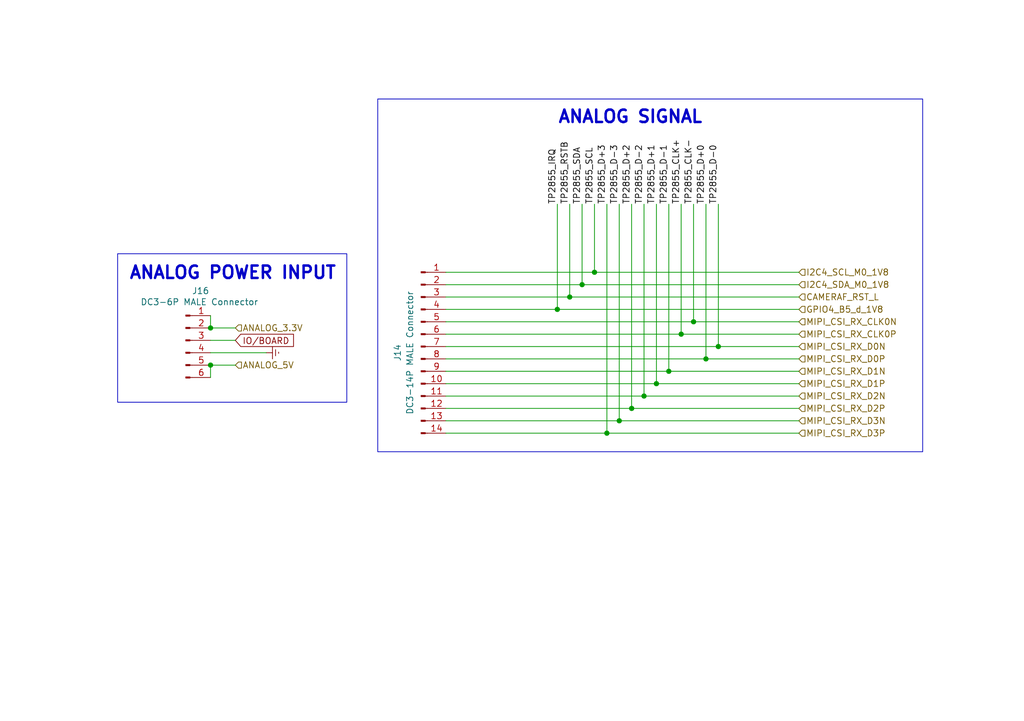
<source format=kicad_sch>
(kicad_sch (version 20231120) (generator "eeschema") (generator_version "8.0")
  (paper "A5")
  (lib_symbols
    (symbol "Connector:Conn_01x06_Pin" (pin_names (offset 1.016) hide)
      (property "Reference" "J" (at 0 7.62 0))
      (property "Value" "Conn_01x06_Pin" (at 0 -10.16 0))
      (symbol "Conn_01x06_Pin_1_1"
        (polyline (pts (xy 1.27 -7.62) (xy 0.8636 -7.62)) (stroke (width 0.1524)))
        (polyline (pts (xy 1.27 -5.08) (xy 0.8636 -5.08)) (stroke (width 0.1524)))
        (polyline (pts (xy 1.27 -2.54) (xy 0.8636 -2.54)) (stroke (width 0.1524)))
        (polyline (pts (xy 1.27 0) (xy 0.8636 0)) (stroke (width 0.1524)))
        (polyline (pts (xy 1.27 2.54) (xy 0.8636 2.54)) (stroke (width 0.1524)))
        (polyline (pts (xy 1.27 5.08) (xy 0.8636 5.08)) (stroke (width 0.1524)))
        (rectangle (start 0.8636 -7.493) (end 0 -7.747) (stroke (width 0.1524)) (fill (type outline)))
        (rectangle (start 0.8636 -4.953) (end 0 -5.207) (stroke (width 0.1524)) (fill (type outline)))
        (rectangle (start 0.8636 -2.413) (end 0 -2.667) (stroke (width 0.1524)) (fill (type outline)))
        (rectangle (start 0.8636 0.127) (end 0 -0.127) (stroke (width 0.1524)) (fill (type outline)))
        (rectangle (start 0.8636 2.667) (end 0 2.413) (stroke (width 0.1524)) (fill (type outline)))
        (rectangle (start 0.8636 5.207) (end 0 4.953) (stroke (width 0.1524)) (fill (type outline)))
        (pin passive line (at 5.08 5.08 180) (length 3.81) (name "Pin_1") (number "1"))
        (pin passive line (at 5.08 2.54 180) (length 3.81) (name "Pin_2") (number "2"))
        (pin passive line (at 5.08 0 180) (length 3.81) (name "Pin_3") (number "3"))
        (pin passive line (at 5.08 -2.54 180) (length 3.81) (name "Pin_4") (number "4"))
        (pin passive line (at 5.08 -5.08 180) (length 3.81) (name "Pin_5") (number "5"))
        (pin passive line (at 5.08 -7.62 180) (length 3.81) (name "Pin_6") (number "6"))
      )
    )
    (symbol "Connector:Conn_01x14_Pin" (pin_names (offset 1.016) hide)
      (property "Reference" "J" (at 0 17.78 0))
      (property "Value" "Conn_01x14_Pin" (at 0 -20.32 0))
      (symbol "Conn_01x14_Pin_1_1"
        (polyline (pts (xy 1.27 -17.78) (xy 0.8636 -17.78)) (stroke (width 0.1524)))
        (polyline (pts (xy 1.27 -15.24) (xy 0.8636 -15.24)) (stroke (width 0.1524)))
        (polyline (pts (xy 1.27 -12.7) (xy 0.8636 -12.7)) (stroke (width 0.1524)))
        (polyline (pts (xy 1.27 -10.16) (xy 0.8636 -10.16)) (stroke (width 0.1524)))
        (polyline (pts (xy 1.27 -7.62) (xy 0.8636 -7.62)) (stroke (width 0.1524)))
        (polyline (pts (xy 1.27 -5.08) (xy 0.8636 -5.08)) (stroke (width 0.1524)))
        (polyline (pts (xy 1.27 -2.54) (xy 0.8636 -2.54)) (stroke (width 0.1524)))
        (polyline (pts (xy 1.27 0) (xy 0.8636 0)) (stroke (width 0.1524)))
        (polyline (pts (xy 1.27 2.54) (xy 0.8636 2.54)) (stroke (width 0.1524)))
        (polyline (pts (xy 1.27 5.08) (xy 0.8636 5.08)) (stroke (width 0.1524)))
        (polyline (pts (xy 1.27 7.62) (xy 0.8636 7.62)) (stroke (width 0.1524)))
        (polyline (pts (xy 1.27 10.16) (xy 0.8636 10.16)) (stroke (width 0.1524)))
        (polyline (pts (xy 1.27 12.7) (xy 0.8636 12.7)) (stroke (width 0.1524)))
        (polyline (pts (xy 1.27 15.24) (xy 0.8636 15.24)) (stroke (width 0.1524)))
        (rectangle (start 0.8636 -17.653) (end 0 -17.907) (stroke (width 0.1524)) (fill (type outline)))
        (rectangle (start 0.8636 -15.113) (end 0 -15.367) (stroke (width 0.1524)) (fill (type outline)))
        (rectangle (start 0.8636 -12.573) (end 0 -12.827) (stroke (width 0.1524)) (fill (type outline)))
        (rectangle (start 0.8636 -10.033) (end 0 -10.287) (stroke (width 0.1524)) (fill (type outline)))
        (rectangle (start 0.8636 -7.493) (end 0 -7.747) (stroke (width 0.1524)) (fill (type outline)))
        (rectangle (start 0.8636 -4.953) (end 0 -5.207) (stroke (width 0.1524)) (fill (type outline)))
        (rectangle (start 0.8636 -2.413) (end 0 -2.667) (stroke (width 0.1524)) (fill (type outline)))
        (rectangle (start 0.8636 0.127) (end 0 -0.127) (stroke (width 0.1524)) (fill (type outline)))
        (rectangle (start 0.8636 2.667) (end 0 2.413) (stroke (width 0.1524)) (fill (type outline)))
        (rectangle (start 0.8636 5.207) (end 0 4.953) (stroke (width 0.1524)) (fill (type outline)))
        (rectangle (start 0.8636 7.747) (end 0 7.493) (stroke (width 0.1524)) (fill (type outline)))
        (rectangle (start 0.8636 10.287) (end 0 10.033) (stroke (width 0.1524)) (fill (type outline)))
        (rectangle (start 0.8636 12.827) (end 0 12.573) (stroke (width 0.1524)) (fill (type outline)))
        (rectangle (start 0.8636 15.367) (end 0 15.113) (stroke (width 0.1524)) (fill (type outline)))
        (pin passive line (at 5.08 15.24 180) (length 3.81) (name "Pin_1") (number "1"))
        (pin passive line (at 5.08 -7.62 180) (length 3.81) (name "Pin_10") (number "10"))
        (pin passive line (at 5.08 -10.16 180) (length 3.81) (name "Pin_11") (number "11"))
        (pin passive line (at 5.08 -12.7 180) (length 3.81) (name "Pin_12") (number "12"))
        (pin passive line (at 5.08 -15.24 180) (length 3.81) (name "Pin_13") (number "13"))
        (pin passive line (at 5.08 -17.78 180) (length 3.81) (name "Pin_14") (number "14"))
        (pin passive line (at 5.08 12.7 180) (length 3.81) (name "Pin_2") (number "2"))
        (pin passive line (at 5.08 10.16 180) (length 3.81) (name "Pin_3") (number "3"))
        (pin passive line (at 5.08 7.62 180) (length 3.81) (name "Pin_4") (number "4"))
        (pin passive line (at 5.08 5.08 180) (length 3.81) (name "Pin_5") (number "5"))
        (pin passive line (at 5.08 2.54 180) (length 3.81) (name "Pin_6") (number "6"))
        (pin passive line (at 5.08 0 180) (length 3.81) (name "Pin_7") (number "7"))
        (pin passive line (at 5.08 -2.54 180) (length 3.81) (name "Pin_8") (number "8"))
        (pin passive line (at 5.08 -5.08 180) (length 3.81) (name "Pin_9") (number "9"))
      )
    )
    (symbol "power:Earth" (power) (pin_names (offset 0))
      (symbol "Earth_0_1"
        (polyline (pts (xy -0.635 -1.905) (xy 0.635 -1.905)))
        (polyline (pts (xy -0.127 -2.54) (xy 0.127 -2.54)))
        (polyline (pts (xy 0 -1.27) (xy 0 0)))
        (polyline (pts (xy 1.27 -1.27) (xy -1.27 -1.27)))
      )
      (symbol "Earth_1_1"
        (pin power_in line (at 0 0 270) (length 0) hide (name "Earth") (number "1"))
      )
    )
  )
  (junction (at 127 86.36))
  (junction (at 116.84 60.96))
  (junction (at 134.62 78.74))
  (junction (at 139.7 68.58))
  (junction (at 124.46 88.9))
  (junction (at 142.24 66.04))
  (junction (at 43.18 67.31))
  (junction (at 137.16 76.2))
  (junction (at 132.08 81.28))
  (junction (at 147.32 71.12))
  (junction (at 43.18 74.93))
  (junction (at 114.3 63.5))
  (junction (at 129.54 83.82))
  (junction (at 119.38 58.42))
  (junction (at 121.92 55.88))
  (junction (at 144.78 73.66))
  (wire (pts (xy 91.44 76.2) (xy 137.16 76.2)))
  (wire (pts (xy 137.16 41.91) (xy 137.16 76.2)))
  (wire (pts (xy 119.38 58.42) (xy 163.83 58.42)))
  (wire (pts (xy 127 41.91) (xy 127 86.36)))
  (wire (pts (xy 137.16 76.2) (xy 163.83 76.2)))
  (wire (pts (xy 129.54 83.82) (xy 91.44 83.82)))
  (wire (pts (xy 147.32 71.12) (xy 163.83 71.12)))
  (wire (pts (xy 54.61 72.39) (xy 43.18 72.39)))
  (wire (pts (xy 142.24 41.91) (xy 142.24 66.04)))
  (wire (pts (xy 163.83 88.9) (xy 124.46 88.9)))
  (wire (pts (xy 48.26 74.93) (xy 43.18 74.93)))
  (wire (pts (xy 91.44 71.12) (xy 147.32 71.12)))
  (wire (pts (xy 127 86.36) (xy 91.44 86.36)))
  (wire (pts (xy 121.92 55.88) (xy 163.83 55.88)))
  (wire (pts (xy 43.18 74.93) (xy 43.18 77.47)))
  (wire (pts (xy 163.83 66.04) (xy 142.24 66.04)))
  (wire (pts (xy 91.44 58.42) (xy 119.38 58.42)))
  (wire (pts (xy 91.44 73.66) (xy 144.78 73.66)))
  (wire (pts (xy 134.62 41.91) (xy 134.62 78.74)))
  (wire (pts (xy 48.26 67.31) (xy 43.18 67.31)))
  (wire (pts (xy 139.7 41.91) (xy 139.7 68.58)))
  (wire (pts (xy 142.24 66.04) (xy 91.44 66.04)))
  (wire (pts (xy 119.38 41.91) (xy 119.38 58.42)))
  (wire (pts (xy 163.83 81.28) (xy 132.08 81.28)))
  (wire (pts (xy 91.44 68.58) (xy 139.7 68.58)))
  (wire (pts (xy 91.44 63.5) (xy 114.3 63.5)))
  (wire (pts (xy 116.84 41.91) (xy 116.84 60.96)))
  (wire (pts (xy 121.92 41.91) (xy 121.92 55.88)))
  (wire (pts (xy 139.7 68.58) (xy 163.83 68.58)))
  (wire (pts (xy 132.08 81.28) (xy 91.44 81.28)))
  (wire (pts (xy 124.46 41.91) (xy 124.46 88.9)))
  (wire (pts (xy 163.83 83.82) (xy 129.54 83.82)))
  (wire (pts (xy 134.62 78.74) (xy 163.83 78.74)))
  (wire (pts (xy 43.18 67.31) (xy 43.18 64.77)))
  (wire (pts (xy 91.44 55.88) (xy 121.92 55.88)))
  (wire (pts (xy 144.78 73.66) (xy 163.83 73.66)))
  (wire (pts (xy 114.3 63.5) (xy 163.83 63.5)))
  (wire (pts (xy 147.32 41.91) (xy 147.32 71.12)))
  (wire (pts (xy 132.08 41.91) (xy 132.08 81.28)))
  (wire (pts (xy 116.84 60.96) (xy 163.83 60.96)))
  (wire (pts (xy 129.54 41.91) (xy 129.54 83.82)))
  (wire (pts (xy 114.3 41.91) (xy 114.3 63.5)))
  (wire (pts (xy 124.46 88.9) (xy 91.44 88.9)))
  (wire (pts (xy 91.44 60.96) (xy 116.84 60.96)))
  (wire (pts (xy 144.78 41.91) (xy 144.78 73.66)))
  (wire (pts (xy 48.26 69.85) (xy 43.18 69.85)))
  (wire (pts (xy 91.44 78.74) (xy 134.62 78.74)))
  (wire (pts (xy 163.83 86.36) (xy 127 86.36)))
  (rectangle (start 77.47 20.32) (end 189.23 92.71))
  (rectangle (start 24.13 52.07) (end 71.12 82.55))
  (text "ANALOG SIGNAL\n" (at 129.286 24.13 0) (effects (font (size 2.54 2.54) (bold yes))))
  (text "ANALOG POWER INPUT" (at 47.752 56.134 0) (effects (font (size 2.54 2.54) (bold yes))))
  (label "TP2855_D+1" (at 134.62 41.91 90))
  (label "TP2855_D-3" (at 127 41.91 90))
  (label "TP2855_RSTB" (at 116.84 41.91 90))
  (label "TP2855_D+2" (at 129.54 41.91 90))
  (label "TP2855_D-0" (at 147.32 41.91 90))
  (label "TP2855_D-2" (at 132.08 41.91 90))
  (label "TP2855_CLK-" (at 142.24 41.91 90))
  (label "TP2855_CLK+" (at 139.7 41.91 90))
  (label "TP2855_D-1" (at 137.16 41.91 90))
  (label "TP2855_SCL" (at 121.92 41.91 90))
  (label "TP2855_IRQ" (at 114.3 41.91 90))
  (label "TP2855_SDA" (at 119.38 41.91 90))
  (label "TP2855_D+3" (at 124.46 41.91 90))
  (label "TP2855_D+0" (at 144.78 41.91 90))
  (global_label "IO{slash}BOARD" (shape input) (at 48.26 69.85 0) (property "Intersheetrefs" "${INTERSHEET_REFS}" (effects (hide yes))))
  (hierarchical_label "MIPI_CSI_RX_D2P" (shape input) (at 163.83 83.82 0))
  (hierarchical_label "CAMERAF_RST_L" (shape input) (at 163.83 60.96 0))
  (hierarchical_label "GPIO4_B5_d_1V8" (shape input) (at 163.83 63.5 0))
  (hierarchical_label "MIPI_CSI_RX_D0P" (shape input) (at 163.83 73.66 0))
  (hierarchical_label "MIPI_CSI_RX_CLK0N" (shape input) (at 163.83 66.04 0))
  (hierarchical_label "MIPI_CSI_RX_D0N" (shape input) (at 163.83 71.12 0))
  (hierarchical_label "MIPI_CSI_RX_D3N" (shape input) (at 163.83 86.36 0))
  (hierarchical_label "MIPI_CSI_RX_D1N" (shape input) (at 163.83 76.2 0))
  (hierarchical_label "I2C4_SCL_M0_1V8" (shape input) (at 163.83 55.88 0))
  (hierarchical_label "ANALOG_3.3V" (shape input) (at 48.26 67.31 0))
  (hierarchical_label "MIPI_CSI_RX_CLK0P" (shape input) (at 163.83 68.58 0))
  (hierarchical_label "I2C4_SDA_M0_1V8" (shape input) (at 163.83 58.42 0))
  (hierarchical_label "MIPI_CSI_RX_D1P" (shape input) (at 163.83 78.74 0))
  (hierarchical_label "MIPI_CSI_RX_D3P" (shape input) (at 163.83 88.9 0))
  (hierarchical_label "ANALOG_5V" (shape input) (at 48.26 74.93 0))
  (hierarchical_label "MIPI_CSI_RX_D2N" (shape input) (at 163.83 81.28 0))
  (symbol (lib_id "Connector:Conn_01x14_Pin") (at 86.36 71.12 0) (unit 1)
    (property "Reference" "J14" (at 81.534 72.39 90))
    (property "Value" "DC3-14P MALE Connector" (at 84.074 72.39 90))
    (property "Footprint" "Footprint Library:Analog signal connector" (effects (hide yes)))
    (property "Description" "Generic connector, single row, 01x14, script generated" (effects (hide yes)))
    (property "MPN" "DC3-14P MALE Connector" (effects (hide yes)))
  )
  (symbol (lib_id "Connector:Conn_01x06_Pin") (at 38.1 69.85 0) (unit 1)
    (property "Reference" "J16" (at 41.148 59.69 0))
    (property "Value" "DC3-6P MALE Connector" (at 40.894 61.976 0))
    (property "Footprint" "Footprint Library:Analog power connector" (effects (hide yes)))
    (property "Description" "Generic connector, single row, 01x06, script generated" (effects (hide yes)))
    (property "MPN" "DC3-6P MALE Connector" (effects (hide yes)))
  )
  (symbol (lib_id "power:Earth") (at 54.61 72.39 90) (unit 1)
    (property "Reference" "#PWR086" (effects (hide yes)))
    (property "Value" "Earth" (effects (hide yes)))
  )
)
</source>
